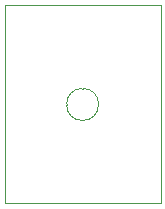
<source format=gbr>
%FSLAX34Y34*%
G04 Gerber Fmt 3.4, Leading zero omitted, Abs format*
G04 (created by PCBNEW (2014-03-14 BZR 4750)-product) date Tue 18 Mar 2014 12:24:21 AM CET*
%MOIN*%
G01*
G70*
G90*
G04 APERTURE LIST*
%ADD10C,0.005906*%
%ADD11C,0.003937*%
G04 APERTURE END LIST*
G54D10*
G54D11*
X63470Y-39970D02*
X63470Y-40030D01*
X63970Y-40530D02*
X64030Y-40530D01*
X64530Y-39970D02*
X64530Y-40030D01*
X63970Y-39470D02*
X64030Y-39470D01*
X63470Y-40030D02*
G75*
G03X63970Y-40530I500J0D01*
G74*
G01*
X64030Y-40530D02*
G75*
G03X64530Y-40030I0J500D01*
G74*
G01*
X64530Y-39970D02*
G75*
G03X64030Y-39470I-500J0D01*
G74*
G01*
X63970Y-39470D02*
G75*
G03X63470Y-39970I0J-500D01*
G74*
G01*
X61400Y-43300D02*
X61400Y-36700D01*
X66600Y-43300D02*
X61400Y-43300D01*
X66600Y-36700D02*
X66600Y-43300D01*
X61400Y-36700D02*
X66600Y-36700D01*
M02*

</source>
